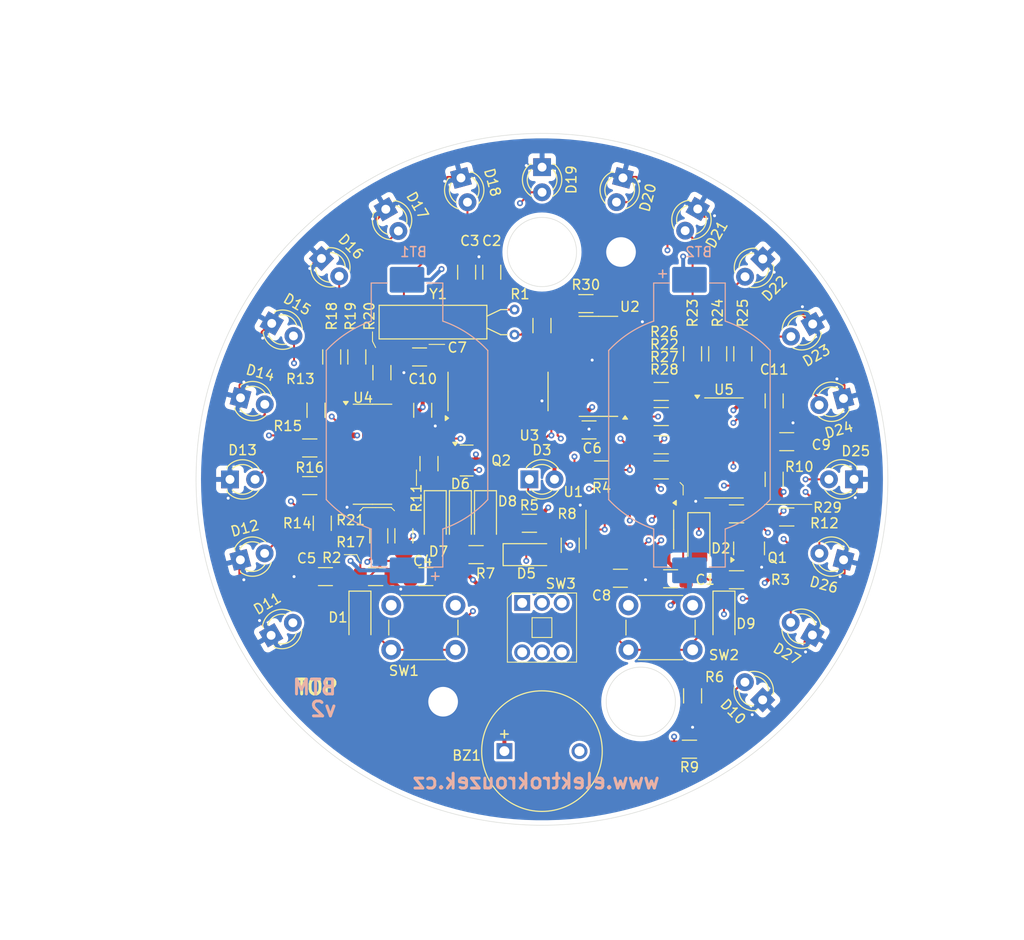
<source format=kicad_pcb>
(kicad_pcb (version 20240108) (generator "pcbnew") (generator_version "8.0")
  (layers (0 "F.Cu" signal) (1 "In1.Cu" signal) (2 "In2.Cu" signal) (31 "B.Cu" signal) (34 "B.Paste" user) (35 "F.Paste" user) (36 "B.SilkS" user "B.Silkscreen") (37 "F.SilkS" user "F.Silkscreen") (38 "B.Mask" user) (39 "F.Mask" user) (44 "Edge.Cuts" user))
  (net 0 "")
  (net 1 "VDD")
  (net 2 "Net-(BZ1--)")
  (net 3 "GND")
  (net 4 "Net-(U2-Φ0)")
  (net 5 "Net-(U2-~{Φ1})")
  (net 6 "RST_MIN")
  (net 7 "SET_RST")
  (net 8 "Net-(U5-CLK)")
  (net 9 "RST_DIV")
  (net 10 "Net-(D2-A)")
  (net 11 "Net-(D3-K)")
  (net 12 "Net-(D5-K)")
  (net 13 "Net-(D6-K)")
  (net 14 "Net-(D7-K)")
  (net 15 "Net-(D8-K)")
  (net 16 "SET")
  (net 17 "Net-(D10-A)")
  (net 18 "Net-(D11-A)")
  (net 19 "Net-(D12-A)")
  (net 20 "Net-(D13-A)")
  (net 21 "Net-(D14-A)")
  (net 22 "Net-(D15-A)")
  (net 23 "Net-(D16-A)")
  (net 24 "Net-(D17-A)")
  (net 25 "Net-(D18-A)")
  (net 26 "Net-(D19-A)")
  (net 27 "Net-(D20-A)")
  (net 28 "Net-(D21-A)")
  (net 29 "Net-(D22-A)")
  (net 30 "Net-(D23-A)")
  (net 31 "Net-(D24-A)")
  (net 32 "Net-(D25-A)")
  (net 33 "Net-(D26-A)")
  (net 34 "Net-(D27-A)")
  (net 35 "Net-(Q1-B)")
  (net 36 "Net-(Q2-E)")
  (net 37 "Net-(Q2-B)")
  (net 38 "Net-(R3-Pad1)")
  (net 39 "Net-(R4-Pad2)")
  (net 40 "1Hz")
  (net 41 "Net-(U4-CLK)")
  (net 42 "Net-(U4-CKEN)")
  (net 43 "FINISHED")
  (net 44 "RST_2ND")
  (net 45 "Net-(U4-Q1)")
  (net 46 "Net-(U4-Q2)")
  (net 47 "Net-(U4-Q3)")
  (net 48 "Net-(U4-Q4)")
  (net 49 "Net-(U4-Q5)")
  (net 50 "Net-(U4-Q6)")
  (net 51 "Net-(U4-Q7)")
  (net 52 "Net-(U4-Q8)")
  (net 53 "Net-(U5-Q1)")
  (net 54 "Net-(U5-Q2)")
  (net 55 "Net-(U5-Q3)")
  (net 56 "Net-(U5-Q4)")
  (net 57 "Net-(U5-Q5)")
  (net 58 "Net-(U5-Q6)")
  (net 59 "Net-(U5-Q7)")
  (net 60 "Net-(U5-Q8)")
  (net 61 "2Hz")
  (net 85 "Net-(C2-Pad2)")
  (net 86 "Net-(BT1-+)")
  (net 87 "Net-(BT1--)")
  (net 88 "Net-(D5-A)")
  (footprint "Capacitor_SMD:C_1206_3216Metric_Pad1.33x1.80mm_HandSolder" (layer "F.Cu") (at 137.935 93.015 90)
    (property "Reference" "C10")
    (property "Value" "100n")
  )
  (footprint "Resistor_SMD:R_1206_3216Metric_Pad1.30x1.75mm_HandSolder" (layer "F.Cu") (at 131.2675 87.6175 -90)
    (property "Reference" "R19")
    (property "Value" "680R")
  )
  (footprint "Capacitor_SMD:C_1206_3216Metric_Pad1.33x1.80mm_HandSolder" (layer "F.Cu") (at 157.9375 110.0076 180)
    (property "Reference" "C8")
    (property "Value" "100n")
  )
  (footprint "Diode_SMD:D_MiniMELF" (layer "F.Cu") (at 139.205 103.81 -90)
    (property "Reference" "D7")
    (property "Value" "LL103A")
  )
  (footprint "LED_THT:LED_D3.0mm" (layer "F.Cu") (at 177.367177 115.74929 150)
    (property "Reference" "D27")
    (property "Value" "3mm G")
  )
  (footprint "LED_THT:LED_D3.0mm" (layer "F.Cu") (at 127.690546 77.653979 -45)
    (property "Reference" "D16")
    (property "Value" "3mm G")
  )
  (footprint "Resistor_SMD:R_1206_3216Metric_Pad1.30x1.75mm_HandSolder" (layer "F.Cu") (at 169.685 103.4925 180)
    (property "Reference" "R29")
    (property "Value" "680R")
  )
  (footprint "LED_THT:LED_D3.0mm" (layer "F.Cu") (at 165.760447 72.640824 -120)
    (property "Reference" "D21")
    (property "Value" "3mm G")
  )
  (footprint "Resistor_SMD:R_1206_3216Metric_Pad1.30x1.75mm_HandSolder" (layer "F.Cu") (at 127.14 93.015 -90)
    (property "Reference" "R13")
    (property "Value" "680R")
  )
  (footprint "Diode_SMD:D_MiniMELF" (layer "F.Cu") (at 168.415 113.97 -90)
    (property "Reference" "D9")
    (property "Value" "LL103A")
  )
  (footprint "Resistor_SMD:R_1206_3216Metric_Pad1.30x1.75mm_HandSolder" (layer "F.Cu") (at 173.495 100 90)
    (property "Reference" "R10")
    (property "Value" "100k")
  )
  (footprint "Resistor_SMD:R_1206_3216Metric_Pad1.30x1.75mm_HandSolder" (layer "F.Cu") (at 133.8075 89.205 -90)
    (property "Reference" "R20")
    (property "Value" "680R")
  )
  (footprint "Resistor_SMD:R_1206_3216Metric_Pad1.30x1.75mm_HandSolder" (layer "F.Cu") (at 165.24 121.9075 -90)
    (property "Reference" "R6")
    (property "Value" "100k")
  )
  (footprint "Package_TO_SOT_SMD:SOT-23" (layer "F.Cu") (at 170.955 106.985 90)
    (property "Reference" "Q1")
    (property "Value" "BC848")
  )
  (footprint "Resistor_SMD:R_1206_3216Metric_Pad1.30x1.75mm_HandSolder" (layer "F.Cu") (at 162.065 93.65)
    (property "Reference" "R22")
    (property "Value" "680R")
  )
  (footprint "LED_THT:LED_D3.0mm" (layer "F.Cu") (at 181.576304 99.99792 180)
    (property "Reference" "D25")
    (property "Value" "3mm G")
  )
  (footprint "Resistor_SMD:R_1206_3216Metric_Pad1.30x1.75mm_HandSolder" (layer "F.Cu") (at 165.24 87.3 -90)
    (property "Reference" "R23")
    (property "Value" "680R")
  )
  (footprint "Buzzer_Beeper:MagneticBuzzer_ProSignal_ABI-010-RC" (layer "F.Cu") (at 146.2 127.5)
    (property "Reference" "BZ1")
    (property "Value" "Buzzer")
  )
  (footprint "Package_SO:SO-16_3.9x9.9mm_P1.27mm" (layer "F.Cu") (at 132.855 97.46)
    (property "Reference" "U4")
    (property "Value" "4017")
  )
  (footprint "Resistor_SMD:R_1206_3216Metric_Pad1.30x1.75mm_HandSolder" (layer "F.Cu") (at 133.49 105.715 90)
    (property "Reference" "R17")
    (property "Value" "680R")
  )
  (footprint "LED_THT:LED_D3.0mm" (layer "F.Cu") (at 119.48551 108.14618 15)
    (property "Reference" "D12")
    (property "Value" "3mm G")
  )
  (footprint "Capacitor_SMD:C_1206_3216Metric_Pad1.33x1.80mm_HandSolder" (layer "F.Cu") (at 174.765 96.19 180)
    (property "Reference" "C9")
    (property "Value" "47p")
  )
  (footprint "Capacitor_SMD:C_1206_3216Metric_Pad1.33x1.80mm_HandSolder" (layer "F.Cu") (at 138.2525 109.8425)
    (property "Reference" "C4")
    (property "Value" "100n")
  )
  (footprint "Diode_SMD:D_MiniMELF" (layer "F.Cu") (at 131.585 113.97 -90)
    (property "Reference" "D1")
    (property "Value" "LL103A")
  )
  (footprint "Capacitor_SMD:C_1206_3216Metric_Pad1.33x1.80mm_HandSolder" (layer "F.Cu") (at 128.0925 109.8425)
    (property "Reference" "C5")
    (property "Value" "100n")
  )
  (footprint "Resistor_SMD:R_1206_3216Metric_Pad1.30x1.75mm_HandSolder" (layer "F.Cu") (at 148.73 104.445)
    (property "Reference" "R5")
    (property "Value" "680R")
  )
  (footprint "Resistor_SMD:R_1206_3216Metric_Pad1.30x1.75mm_HandSolder" (layer "F.Cu") (at 126.505 96.825)
    (property "Reference" "R15")
    (property "Value" "680R")
  )
  (footprint "LED_THT:LED_D3.0mm" (layer "F.Cu") (at 177.392289 84.28472 -150)
    (property "Reference" "D23")
    (property "Value" "3mm G")
  )
  (footprint "Diode_SMD:D_MiniMELF" (layer "F.Cu") (at 165.875 106.0325 -90)
    (property "Reference" "D2")
    (property "Value" "LL103A")
  )
  (footprint "Resistor_SMD:R_1206_3216Metric_Pad1.30x1.75mm_HandSolder" (layer "F.Cu") (at 127.775 104.445 90)
    (property "Reference" "R14")
    (property "Value" "680R")
  )
  (footprint "Capacitor_SMD:C_1206_3216Metric_Pad1.33x1.80mm_HandSolder" (layer "F.Cu") (at 163.0175 110.0584)
    (property "Reference" "C1")
    (property "Value" "100n")
  )
  (footprint "Diode_SMD:D_MiniMELF" (layer "F.Cu") (at 148.73 107.62)
    (property "Reference" "D5")
    (property "Value" "LL103A")
  )
  (footprint "Capacitor_SMD:C_1206_3216Metric_Pad1.33x1.80mm_HandSolder" (layer "F.Cu") (at 144.92 79.045 -90)
    (property "Reference" "C2")
    (property "Value" "100p")
  )
  (footprint "LED_THT:LED_D3.0mm" (layer "F.Cu") (at 141.805045 69.505345 -75)
    (property "Reference" "D18")
    (property "Value" "3mm G")
  )
  (footprint "LED_THT:LED_D3.0mm" (layer "F.Cu") (at 180.519677 108.147432 165)
    (property "Reference" "D26")
    (property "Value" "3mm G")
  )
  (footprint "Resistor_SMD:R_1206_3216Metric_Pad1.30x1.75mm_HandSolder" (layer "F.Cu") (at 138.57 98.4125 90)
    (property "Reference" "R11")
    (property "Value" "10k")
  )
  (footprint "Resistor_SMD:R_1206_3216Metric_Pad1.30x1.75mm_HandSolder" (layer "F.Cu") (at 143.3325 107.62)
    (property "Reference" "R7")
    (property "Value" "10k")
  )
  (footprint "Resistor_SMD:R_1206_3216Metric_Pad1.30x1.75mm_HandSolder" (layer "F.Cu") (at 126.505 100.635)
    (property "Reference" "R16")
    (property "Value" "680R")
  )
  (footprint "Diode_SMD:D_MiniMELF" (layer "F.Cu") (at 141.745 103.81 -90)
    (property "Reference" "D6")
    (property "Value" "LL103A")
  )
  (footprint "Resistor_SMD:R_1206_3216Metric_Pad1.30x1.75mm_HandSolder" (layer "F.Cu") (at 174.765 103.81)
    (property "Reference" "R12")
    (property "Value" "10k")
  )
  (footprint "LED_THT:LED_D3.0mm" (layer "F.Cu") (at 150.01315 68.414566 -90)
    (property "Reference" "D19")
    (property "Value" "3mm G")
  )
  (footprint "LED_THT:LED_D3.0mm" (layer "F.Cu") (at 172.345872 77.705545 -135)
    (property "Reference" "D22")
    (property "Value" "3mm G")
  )
  (footprint "Crystal:Crystal_AT310_D3.0mm_L10.0mm_Horizontal" (layer "F.Cu") (at 147.225 82.825 -90)
    (property "Reference" "Y1")
    (property "Value" "32768Hz")
  )
  (footprint "LED_THT:LED_D3.0mm" (layer "F.Cu") (at 118.433664 100.007179)
    (property "Reference" "D13")
    (property "Value" "3mm G")
  )
  (footprint "LED_THT:LED_D3.0mm" (layer "F.Cu") (at 122.597444 115.780636 30)
    (property "Reference" "D11")
    (property "Value" "3mm G")
  )
  (footprint "Resistor_SMD:R_1206_3216Metric_Pad1.30x1.75mm_HandSolder" (layer "F.Cu") (at 162.065 99.0475)
    (property "Reference" "R28")
    (property "Value" "680R")
  )
  (footprint "LED_THT:LED_D3.0mm" (layer "F.Cu") (at 180.509297 91.822963 -165)
    (property "Reference" "D24")
    (property "Value" "3mm G")
  )
  (footprint "Resistor_SMD:R_1206_3216Metric_Pad1.30x1.75mm_HandSolder" (layer "F.Cu") (at 136.03 105.715 90)
    (property "Reference" "R21")
    (property "Value" "680R")
  )
  (footprint "Capacitor_SMD:C_1206_3216Metric_Pad1.33x1.80mm_HandSolder" (layer "F.Cu") (at 154.7625 95 180)
    (property "Reference" "C6")
    (property "Value" "100n")
  )
  (footprint "Resistor_SMD:R_1206_3216Metric_Pad1.30x1.75mm_HandSolder" (layer "F.Cu") (at 170.32 87.3 -90)
    (property "Reference" "R25")
    (property "Value" "680R")
  )
  (footprint "Resistor_SMD:R_1206_3216Metric_Pad1.30x1.75mm_HandSolder" (layer "F.Cu") (at 156.0325 99.0475 180)
    (property "Reference" "R4")
    (property "Value" "10k")
  )
  (footprint "Resistor_SMD:R_1206_3216Metric_Pad1.30x1.75mm_HandSolder" (layer "F.Cu") (at 133.1725 109.8425)
    (property "Reference" "R2")
    (property "Value" "100k")
  )
  (footprint "Package_TO_SOT_SMD:SOT-23" (layer "F.Cu") (at 142.38 98.095)
    (property "Reference" "Q2")
    (property "Value" "BC858")
  )
  (footprint "Capacitor_SMD:C_1206_3216Metric_Pad1.33x1.80mm_HandSolder" (layer "F.Cu") (at 173.495 92.0625 90)
    (property "Reference" "C11")
    (property "Value" "100n")
  )
  (footprint "Resistor_SMD:R_1206_3216Metric_Pad1.30x1.75mm_HandSolder" (layer "F.Cu") (at 167.78 87.3 -90)
    (property "Reference" "R24")
    (property "Value" "680R")
  )
  (footprint "LED_THT:LED_D3.0mm" (layer "F.Cu") (at 148.725 100)
    (property "Reference" "D3")
    (property "Value" "3mm R")
  )
  (footprint "Package_SO:SO-14_3.9x8.65mm_P1.27mm" (layer "F.Cu") (at 158.89 105.08 -90)
    (property "Reference" "U1")
    (property "Value" "4081")
  )
  (footprint "LED_THT:LED_D3.0mm" (layer "F.Cu") (at 134.199774 72.672169 -60)
    (property "Reference" "D17")
    (property "Value" "3mm G")
  )
  (footprint "Package_SO:SO-16_3.9x9.9mm_P1.27mm" (layer "F.Cu") (at 155.715 88.57 180)
    (property "Reference" "U2")
    (property "Value" "4060")
  )
  (footprint "Capacitor_SMD:C_1206_3216Metric_Pad1.33x1.80mm_HandSolder" (layer "F.Cu") (at 137.6175 87.6175)
    (property "Reference" "C7")
    (property "Value" "100n")
  )
  (footprint "Resistor_SMD:R_1206_3216Metric_Pad1.30x1.75mm_HandSolder" (layer "F.Cu") (at 164.9225 127.305 180)
    (property "Reference" "R9")
    (property "Value" "680R")
  )
  (footprint "Capacitor_SMD:C_1206_3216Metric_Pad1.33x1.80mm_HandSolder" (layer "F.Cu") (at 142.38 79.045 -90)
    (property "Reference" "C3")
    (property "Value" "22p")
  )
  (footprint "Resistor_SMD:R_1206_3216Metric_Pad1.30x1.75mm_HandSolder" (layer "F.Cu") (at 152.8575 106.6675 90)
    (property "Reference" "R8")
    (property "Value" "10k")
  )
  (footprint "Resistor_SMD:R_1206_3216Metric_Pad1.30x1.75mm_HandSolder" (layer "F.Cu") (at 162.065 96.5075)
    (property "Reference" "R27")
    (property "Value" "680R")
  )
  (footprint "Resistor_SMD:R_1206_3216Metric_Pad1.30x1.75mm_HandSolder" (layer "F.Cu") (at 128.7275 87.6175 -90)
    (property "Reference" "R18")
    (property "Value" "680R")
  )
  (footprint "Diode_SMD:D_MiniMELF" (layer "F.Cu") (at 144.285 103.81 -90)
    (property "Reference" "D8")
    (property "Value" "LL103A")
  )
  (footprint "Package_SO:SO-16_3.9x9.9mm_P1.27mm" (layer "F.Cu") (at 168.415 96.825)
    (property "Reference" "U5")
    (property "Value" "4017")
  )
  (footprint "LED_THT:LED_D3.0mm" (layer "F.Cu") (at 119.502084 91.756294 -15)
    (property "Reference" "D14")
    (property "Value" "3mm G")
  )
  (footprint "Button_Switch_THT:SW_PUSH_6mm_H13mm" (layer "F.Cu") (at 134.75 112.75)
    (property "Reference" "SW1")
    (property "Value" "6mm")
  )
  (footprint "Resistor_SMD:R_1206_3216Metric_Pad1.30x1.75mm_HandSolder" (layer "F.Cu") (at 150 84.4425 -90)
    (property "Reference" "R1")
    (property "Value" "10M")
  )
  (footprint "Button_Switch_THT_Hap:SW_DPDT_7x7_Turbo" (layer "F.Cu") (at 150 115)
    (property "Reference" "SW3")
    (property "Value" "PS-22E07L")
  )
  (footprint "Resistor_SMD:R_1206_3216Metric_Pad1.30x1.75mm_HandSolder" (layer "F.Cu") (at 169.685 110.16)
    (property "Reference" "R3")
    (property "Value" "10k")
  )
  (footprint "Resistor_SMD:R_1206_3216Metric_Pad1.30x1.75mm_HandSolder" (layer "F.Cu") (at 154.445 82.22)
    (property "Reference" "R30")
    (property "Value" "100k")
  )
  (footprint "LED_THT:LED_D3.0mm" (layer "F.Cu") (at 158.195977 69.499485 -105)
    (property "Reference" "D20")
    (property "Value" "3mm G")
  )
  (footprint "Resistor_SMD:R_1206_3216Metric_Pad1.30x1.75mm_HandSolder" (layer "F.Cu") (at 162.065 91.11)
    (property "Reference" "R26")
    (property "Value" "680R")
  )
  (footprint "LED_THT:LED_D3.0mm" (layer "F.Cu") (at 122.657374 84.22285 -30)
    (property "Reference" "D15")
    (property "Value" "3mm G")
  )
  (footprint "Package_SO:SO-16_3.9x9.9mm_P1.27mm" (layer "F.Cu") (at 145.555 91.11 90)
    (property "Reference" "U3")
    (property "Value" "4040")
  )
  (footprint "LED_THT:LED_D3.0mm" (layer "F.Cu") (at 172.330322 122.317492 135)
    (property "Reference" "D10")
    (property "Value" "3mm Y")
  )
  (footprint "Button_Switch_THT:SW_PUSH_6mm_H13mm" (layer "F.Cu") (at 158.75 112.75)
    (property "Reference" "SW2")
    (property "Value" "6mm")
  )
  (footprint "Battery:BatteryHolder_Renata_SMTU2032-LF_1x2032" (layer "B.Cu") (at 136.3475 94.5075 90)
    (property "Reference" "BT1")
    (property "Value" "DS1092-10-W6L")
  )
  (footprint "Battery:BatteryHolder_Renata_SMTU2032-LF_1x2032" (layer "B.Cu") (at 164.9225 94.5075 -90)
    (property "Reference" "BT2")
    (property "Value" "DS1092-10-W6L")
  )
  (gr_line (start 137.3 100.635) (end 137.3 99.0475) (stroke (width 0.1)) (layer "F.SilkS"))
  (gr_line (start 134.76 102.8575) (end 135.0775 103.175) (stroke (width 0.1)) (layer "F.SilkS"))
  (gr_line (start 133.1725 102.8575) (end 131.9025 102.8575) (stroke (width 0.1)) (layer "F.SilkS"))
  (gr_line (start 132.855 86.03) (end 133.1725 86.665) (stroke (width 0.1)) (layer "F.SilkS"))
  (gr_line (start 164.2875 100.635) (end 163.97 100.3175) (stroke (width 0.1)) (layer "F.SilkS"))
  (gr_line (start 140.1575 86.3475) (end 138.57 86.3475) (stroke (width 0.1)) (layer "F.SilkS"))
  (gr_line (start 133.1725 102.8575) (end 134.76 102.8575) (stroke (width 0.1)) (layer "F.SilkS"))
  (gr_line (start 132.855 85.0775) (end 132.855 86.03) (stroke (width 0.1)) (layer "F.SilkS"))
  (gr_line (start 177.305 102.54) (end 172.5425 102.54) (stroke (width 0.1)) (layer "F.SilkS"))
  (gr_line (start 129.9975 107.62) (end 131.2675 107.62) (stroke (width 0.1)) (layer "F.SilkS"))
  (gr_line (start 131.2675 107.62) (end 131.585 108.255) (stroke (width 0.1)) (layer "F.SilkS"))
  (gr_line (start 131.9025 102.8575) (end 131.585 103.175) (stroke (width 0.1)) (layer "F.SilkS"))
  (gr_line (start 164.2875 101.5875) (end 164.2875 100.635) (stroke (width 0.1)) (layer "F.SilkS"))
  (gr_circle (center 160 122.5) (end 163.5 122.5) (stroke (width 0.05)) (fill none) (layer "Edge.Cuts"))
  (gr_circle (center 150 77) (end 153.5 77) (stroke (width 0.05)) (fill none) (layer "Edge.Cuts"))
  (gr_circle (center 150 100) (end 185 100) (stroke (width 0.05)) (fill none) (layer "Edge.Cuts"))
  (gr_text "www.elektrokrouzek.cz" (at 162.065 131.4325 0) (layer "B.SilkS") (effects (font (size 1.5 1.5) (thickness 0.3) (bold yes)) (justify left bottom mirror)))
  (gr_text "v2" (at 129.3625 124.13 0) (layer "B.SilkS") (effects (font (size 1.5 1.5) (thickness 0.3) (bold yes)) (justify left bottom mirror)))
  (gr_text "BTM" (at 129.3625 121.9075 0) (layer "B.SilkS") (effects (font (size 1.5 1.5) (thickness 0.3) (bold yes)) (justify left bottom mirror)))
  (gr_text "TOP" (at 124.9175 121.9075 0) (layer "F.SilkS") (effects (font (size 1.5 1.5) (thickness 0.3) (bold yes)) (justify left bottom)))
  (segment (start 164.58 111.1875) (end 163.0175 112.75) (width 0.4) (layer "F.Cu") (net 1))
  (segment (start 153.14 94.94) (end 153.2 95) (width 0.4) (layer "F.Cu") (net 1))
  (segment (start 153.14 93.015) (end 154.7625 93.015) (width 0.4) (layer "F.Cu") (net 1))
  (segment (start 139.18 90.2075) (end 137.935 91.4525) (width 0.4) (layer "F.Cu") (net 1))
  (segment (start 143.3325 97.46) (end 143.3175 97.475) (width 0.4) (layer "F.Cu") (net 1))
  (segment (start 141.745 109.525) (end 142.38 109.525) (width 0.4) (layer "F.Cu") (net 1))
  (segment (start 139.815 109.8425) (end 140.1325 109.525) (width 0.4) (layer "F.Cu") (net 1))
  (segment (start 142.38 109.525) (end 143.015 110.16) (width 0.4) (layer "F.Cu") (net 1))
  (segment (start 151.265 98.735) (end 151.265 100) (width 0.4) (layer "F.Cu") (net 1))
  (segment (start 153.14 93.015) (end 153.14 94.94) (width 0.4) (layer "F.Cu") (net 1))
  (segment (start 135.43 93.015) (end 137.6175 93.015) (width 0.4) (layer "F.Cu") (net 1))
  (segment (start 141.7825 107.62) (end 141.7825 109.4875) (width 0.4) (layer "F.Cu") (net 1))
  (segment (start 154.7625 93.015) (end 155.08 92.6975) (width 0.4) (layer "F.Cu") (net 1))
  (segment (start 143.9675 111.1125) (end 143.015 110.16) (width 0.4) (layer "F.Cu") (net 1))
  (segment (start 164.58 110.16) (end 162.7 108.28) (width 0.4) (layer "F.Cu") (net 1))
  (segment (start 162.7 108.28) (end 162.7 107.555) (width 0.4) (layer "F.Cu") (net 1))
  (segment (start 146.2 127.5) (end 146.2 119.695) (width 0.4) (layer "F.Cu") (net 1))
  (segment (start 141.11 88.535) (end 140.1925 87.6175) (width 0.4) (layer "F.Cu") (net 1))
  (segment (start 170.0025 92.38) (end 169.3675 93.015) (width 0.4) (layer "F.Cu") (net 1))
  (segment (start 141.7825 109.4875) (end 141.745 109.525) (width 0.4) (layer "F.Cu") (net 1))
  (segment (start 146.2 119.695) (end 143.9675 117.4625) (width 0.4) (layer "F.Cu") (net 1))
  (segment (start 143.9675 117.4625) (end 143.9675 111.1125) (width 0.4) (layer "F.Cu") (net 1))
  (segment (start 172.87 90.5) (end 170.99 92.38) (width 0.4) (layer "F.Cu") (net 1))
  (segment (start 173.495 90.5) (end 172.87 90.5) (width 0.4) (layer "F.Cu") (net 1))
  (segment (start 140.1325 109.525) (end 141.745 109.525) (width 0.4) (layer "F.Cu") (net 1))
  (segment (start 137.935 92.6975) (end 137.935 91.4525) (width 0.4) (layer "F.Cu") (net 1))
  (segment (start 139.18 87.6175) (end 139.18 90.2075) (width 0.4) (layer "F.Cu") (net 1))
  (segment (start 153.2 96.8) (end 151.265 98.735) (width 0.4) (layer "F.Cu") (net 1))
  (segment (start 153.2 95) (end 153.2 96.8) (width 0.4) (layer "F.Cu") (net 1))
  (segment (start 137.6175 93.015) (end 137.935 92.6975) (width 0.4) (layer "F.Cu") (net 1))
  (segment (start 140.1925 87.6175) (end 139.18 87.6175) (width 0.4) (layer "F.Cu") (net 1))
  (segment (start 164.58 110.16) (end 164.58 111.1875) (width 0.4) (layer "F.Cu") (net 1))
  (segment (start 143.3175 98.095) (end 143.3175 97.475) (width 0.4) (layer "F.Cu") (net 1))
  (segment (start 170.99 92.38) (end 170.0025 92.38) (width 0.4) (layer "F.Cu") (net 1))
  (segment (start 163.015 112.7475) (end 163.0175 112.75) (width 0.4) (layer "F.Cu") (net 1))
  (via (at 169.3675 93.015) (size 0.6) (drill 0.3) (layers "F.Cu" "B.Cu") (net 1))
  (via (at 143.015 110.16) (size 0.6) (drill 0.3) (layers "F.Cu" "B.Cu") (net 1))
  (via (at 155.08 92.6975) (size 0.6) (drill 0.3) (layers "F.Cu" "B.Cu") (net 1))
  (via (at 143.3175 97.475) (size 0.6) (drill 0.3) (layers "F.Cu" "B.Cu") (net 1))
  (via (at 137.935 92.6975) (size 0.6) (drill 0.3) (layers "F.Cu" "B.Cu") (net 1))
  (via (at 163.0175 112.75) (size 0.6) (drill 0.3) (layers "F.Cu" "B.Cu") (net 1))
  (segment (start 172.5425 110.4775) (end 173.1775 109.8425) (width 0.4) (layer "F.Cu") (net 2))
  (segment (start 150.28 103.2125) (end 150.635 102.8575) (width 0.4) (layer "F.Cu") (net 2))
  (segment (start 150.28 104.445) (end 150.28 103.2125) (width 0.4) (layer "F.Cu") (net 2))
  (segment (start 173.1775 106.6675) (end 172.5425 106.0325) (width 0.4) (layer "F.Cu") (net 2))
  (segment (start 173.1775 109.8425) (end 173.1775 106.6675) (width 0.4) (layer "F.Cu") (net 2))
  (segment (start 172.5275 106.0475) (end 170.955 106.0475) (width 0.4) (layer "F.Cu") (net 2))
  (segment (start 172.5425 106.0325) (end 172.5275 106.0475) (width 0.4) (layer "F.Cu") (net 2))
  (via (at 172.5425 110.4775) (size 0.6) (drill 0.3) (layers "F.Cu" "B.Cu") (net 2))
  (via (at 150.635 102.8575) (size 0.6) (drill 0.3) (layers "F.Cu" "B.Cu") (net 2))
  (segment (start 155.08 102.605) (end 155.08 102.54) (width 0.4) (layer "F.Cu") (net 3))
  (segment (start 122.597444 115.459944) (end 121.425 114.2875) (width 0.4) (layer "F.Cu") (net 3))
  (segment (start 153.14 87.935) (end 155.08 87.935) (width 0.4) (layer "F.Cu") (net 3))
  (segment (start 160.4775 110.16) (end 159.205 110.16) (width 0.4) (layer "F.Cu") (net 3))
  (segment (start 180.519677 108.147432) (end 180.519677 109.485323) (width 0.4) (layer "F.Cu") (net 3))
  (segment (start 119.502084 90.492916) (end 119.8375 90.1575) (width 0.4) (layer "F.Cu") (net 3))
  (segment (start 127.690546 77.653979) (end 127.515453 77.653979) (width 0.4) (layer "F.Cu") (net 3))
  (segment (start 133.224443 73.6475) (end 132.855 73.6475) (width 0.4) (layer "F.Cu") (net 3))
  (segment (start 148.577066 68.414566) (end 148.4125 68.25) (width 0.4) (layer "F.Cu") (net 3))
  (segment (start 142.38 77.4825) (end 143.625 77.4825) (width 0.4) (layer "F.Cu") (net 3))
  (segment (start 144.92 77.4825) (end 143.625 77.4825) (width 0.4) (layer "F.Cu") (net 3))
  (segment (start 136.055 89.18) (end 136.03 89.205) (width 0.4) (layer "F.Cu") (net 3))
  (segment (start 173.495 78.854673) (end 173.495 79.045) (width 0.4) (layer "F.Cu") (net 3))
  (segment (start 140.489655 69.505345) (end 140.1575 69.8375) (width 0.4) (layer "F.Cu") (net 3))
  (segment (start 174.74 93.625) (end 173.495 93.625) (width 0.4) (layer "F.Cu") (net 3))
  (segment (start 154.7625 94.92) (end 156.245 94.92) (width 0.4) (layer "F.Cu") (net 3))
  (segment (start 165.875 101.905) (end 165.5575 102.2225) (width 0.4) (layer "F.Cu") (net 3))
  (segment (start 122.657374 84.22285) (end 121.7425 85.137724) (width 0.4) (layer "F.Cu") (net 3))
  (segment (start 124.9175 109.8425) (end 126.53 109.8425) (width 0.4) (layer "F.Cu") (net 3))
  (segment (start 121.7425 85.137724) (end 121.7425 85.7125) (width 0.4) (layer "F.Cu") (net 3))
  (segment (start 141.805045 69.505345) (end 140.489655 69.505345) (width 0.4) (layer "F.Cu") (net 3))
  (segment (start 119.48551 109.80801) (end 119.8375 110.16) (width 0.4) (layer "F.Cu") (net 3))
  (segment (start 180.509297 90.504297) (end 179.845 89.84) (width 0.4) (layer "F.Cu") (net 3))
  (segment (start 139.2025 94.6) (end 139.205 94.6025) (width 0.4) (layer "F.Cu") (net 3))
  (segment (start 176.67 116.446467) (end 176.67 117.4625) (width 0.4) (layer "F.Cu") (net 3))
  (segment (start 136.055 87.6175) (end 136.055 89.18) (width 0.4) (layer "F.Cu") (net 3))
  (segment (start 143.65 77.4575) (end 143.625 77.4825) (width 0.4) (layer "F.Cu") (net 3))
  (segment (start 159.504485 69.499485) (end 159.8425 69.8375) (width 0.4) (layer "F.Cu") (net 3))
  (segment (start 176.3275 96.19) (end 176.3275 95.2125) (width 0.4) (layer "F.Cu") (net 3))
  (segment (start 155.08 102.605) (end 153.875 102.605) (width 0.4) (layer "F.Cu") (net 3))
  (segment (start 126.505 78.7275) (end 126.505 78.664432) (width 0.4) (layer "F.Cu") (net 3))
  (segment (start 171.905 108.57) (end 171.905 107.9225) (width 0.4) (layer "F.Cu") (net 3))
  (segment (start 150 92.0625) (end 150 93.685) (width 0.4) (layer "F.Cu") (net 3))
  (segment (start 171.2725 123.375314) (end 171.2725 123.8125) (width 0.4) (layer "F.Cu") (net 3))
  (segment (start 180.509297 91.822963) (end 180.509297 90.504297) (width 0.4) (layer "F.Cu") (net 3))
  (segment (start 166.449623 73.33) (end 167.4625 73.33) (width 0.4) (layer "F.Cu") (net 3))
  (segment (start 134.7225 110.1225) (end 135.7125 111.1125) (width 0.4) (layer "F.Cu") (net 3))
  (segment (start 176.3525 83.244931) (end 176.3525 82.5375) (width 0.4) (layer "F.Cu") (net 3))
  (segment (start 130.315 102.8575) (end 130.28 102.8225) (width 0.4) (layer "F.Cu") (net 3))
  (segment (start 122.53426 115.84382) (end 122.597444 115.780636) (width 0.4) (layer "F.Cu") (net 3))
  (segment (start 122.485787 115.84382) (end 122.53426 115.84382) (width 0.4) (layer "F.Cu") (net 3))
  (segment (start 161.115 110.16) (end 160.4775 110.16) (width 0.4) (layer "F.Cu") (net 3))
  (segment (start 165.84 101.27) (end 165.875 101.27) (width 0.4) (layer "F.Cu") (net 3))
  (segment (start 134.199774 72.672169) (end 133.224443 73.6475) (width 0.4) (layer "F.Cu") (net 3))
  (segment (start 122.597444 115.780636) (end 122.597444 115.459944) (width 0.4) (layer "F.Cu") (net 3))
  (segment (start 180.519677 109.485323) (end 180.1625 109.8425) (width 0.4) (layer "F.Cu") (net 3))
  (segment (start 172.345872 77.705545) (end 173.495 78.854673) (width 0.4) (layer "F.Cu") (net 3))
  (segment (start 172.330322 122.317492) (end 171.2725 123.375314) (width 0.4) (layer "F.Cu") (net 3))
  (segment (start 156.245 94.92) (end 156.325 95) (width 0.4) (layer "F.Cu") (net 3))
  (segment (start 137.935 94.6) (end 139.2025 94.6) (width 0.4) (layer "F.Cu") (net 3))
  (segment (start 118.433664 100.007179) (end 118.433664 101.721336) (width 0.4) (layer "F.Cu") (net 3))
  (segment (start 177.367177 115.74929) (end 176.67 116.446467) (width 0.4) (layer "F.Cu") (net 3))
  (segment (start 165.24 123.4575) (end 165.24 125.0825) (width 0.4) (layer "F.Cu") (net 3))
  (segment (start 165.875 101.27) (end 165.875 101.905) (width 0.4) (layer "F.Cu") (net 3))
  (segment (start 181.75 101.905) (end 181.7 101.855) (width 0.4) (layer "F.Cu") (net 3))
  (segment (start 127.515453 77.653979) (end 126.505 78.664432) (width 0.4) (layer "F.Cu") (net 3))
  (segment (start 119.502084 91.756294) (end 119.502084 90.492916) (width 0.4) (layer "F.Cu") (net 3))
  (segment (start 181.576304 99.99792) (end 181.7 100.121616) (width 0.4) (layer "F.Cu") (net 3))
  (segment (start 158.29 84.125) (end 158.255 84.125) (width 0.2) (layer "F.Cu") (net 3))
  (segment (start 158.255 84.125) (end 160.16 84.125) (width 0.4) (layer "F.Cu") (net 3))
  (segment (start 176.3275 95.2125) (end 175.4 94.285) (width 0.4) (layer "F.Cu") (net 3))
  (segment (start 181.7 100.121616) (end 181.7 101.855) (width 0.4) (layer "F.Cu") (net 3))
  (segment (start 130.28 101.905) (end 130.28 102.8225) (width 0.4) (layer "F.Cu") (net 3))
  (segment (start 175.4 94.285) (end 174.74 93.625) (width 0.4) (layer "F.Cu") (net 3))
  (segment (start 119.48551 108.14618) (end 119.48551 109.80801) (width 0.4) (layer "F.Cu") (net 3))
  (segment (start 165.760447 72.640824) (end 166.449623 73.33) (width 0.4) (layer "F.Cu") (net 3))
  (segment (start 158.195977 69.499485) (end 159.504485 69.499485) (width 0.4) (layer "F.Cu") (net 3))
  (segment (start 160.16 84.125) (end 160.16 84.058897) (width 0.4) (layer "F.Cu") (net 3))
  (segment (start 172.225 108.89) (end 171.905 108.57) (width 0.4) (layer "F.Cu") (net 3))
  (segment (start 136.03 87.6425) (end 136.055 87.6175) (width 0.4) (layer "F.Cu") (net 3))
  (segment (start 118.433664 101.721336) (end 118.25 101.905) (width 0.4) (layer "F.Cu") (net 3))
  (segment (start 177.392289 84.28472) (end 176.3525 83.244931) (width 0.4) (layer "F.Cu") (net 3))
  (segment (start 150.01315 68.414566) (end 148.577066 68.414566) (width 0.4) (layer "F.Cu") (net 3))
  (segment (start 134.7225 109.8425) (end 134.7225 110.1225) (width 0.4) (layer "F.Cu") (net 3))
  (via (at 158 77) (size 6) (drill 3) (layers "F.Cu" "B.Cu") (net 3))
  (via (at 176.67 117.4625) (size 0.6) (drill 0.3) (layers "F.Cu" "B.Cu") (net 3))
  (via (at 172.225 108.89) (size 0.6) (drill 0.3) (layers "F.Cu" "B.Cu") (net 3))
  (via (at 118.25 101.905) (size 0.6) (drill 0.3) (layers "F.Cu" "B.Cu") (net 3))
  (via (at 135.7125 111.1125) (size 0.6) (drill 0.3) (layers "F.Cu" "B.Cu") (net 3))
  (via (at 175.4 94.285) (size 0.6) (drill 0.3) (layers "F.Cu" "B.Cu") (net 3))
  (via (at 180.1625 109.8425) (size 0.6) (drill 0.3) (layers "F.Cu" "B.Cu") (net 3))
  (via (at 173.495 79.045) (size 0.6) (drill 0.3) (layers "F.Cu" "B.Cu") (net 3))
  (via (at 155.08 87.935) (size 0.6) (drill 0.3) (layers "F.Cu" "B.Cu") (net 3))
  (via (at 136.03 89.205) (size 0.6) (drill 0.3) (layers "F.Cu" "B.Cu") (net 3))
  (via (at 165.5575 102.2225) (size 0.6) (drill 0.3) (layers "F.Cu" "B.Cu") (net 3))
  (via (at 160.4775 110.16) (size 0.6) (drill 0.3) (layers "F.Cu" "B.Cu") (net 3))
  (via (at 143.625 77.4825) (size 0.6) (drill 0.3) (layers "F.Cu" "B.Cu") (net 3))
  (via (at 160.16 84.058897) (size 0.6) (drill 0.3) (layers "F.Cu" "B.Cu") (net 3))
  (via (at 167.4625 73.33) (size 0.6) (drill 0.3) (layers "F.Cu" "B.Cu") (net 3))
  (via (at 148.4125 68.25) (size 0.6) (drill 0.3) (layers "F.Cu" "B.Cu") (net 3))
  (via (at 140 122.5) (size 6) (drill 3) (layers "F.Cu" "B.Cu") (net 3))
  (via (at 119.8375 90.1575) (size 0.6) (drill 0.3) (layers "F.Cu" "B.Cu") (net 3))
  (via (at 132.855 73.6475) (size 0.6) (drill 0.3) (layers "F.Cu" "B.Cu") (net 3))
  (via (at 171.2725 123.8125) (size 0.6) (drill 0.3) (layers "F.Cu" "B.Cu") (net 3))
  (via (at 126.505 78.664432) (size 0.6) (drill 0.3) (layers "F.Cu" "B.Cu") (net 3))
  (via (at 181.7 101.855) (size 0.6) (drill 0.3) (layers "F.Cu" "B.Cu") (net 3))
  (via (at 153.875 102.605) (size 0.6) (drill 0.3) (layers "F.Cu" "B.Cu") (net 3))
  (via (at 150 92.0625) (size 0.6) (drill 0.3) (layers "F.Cu" "B.Cu") (net 3))
  (via (at 176.3525 82.5375) (size 0.6) (drill 0.3) (layers "F.Cu" "B.Cu") (net 3))
  (via (at 124.9175 109.8425) (size 0.6) (drill 0.3) (layers "F.Cu" "B.Cu") (net 3))
  (via (at 154.7625 94.92) (size 0.6) (drill 0.3) (layers "F.Cu" "B.Cu") (net 3))
  (via (at 159.8425 69.8375) (size 0.6) (drill 0.3) (layers "F.Cu" "B.Cu") (net 3))
  (via (at 119.8375 110.16) (size 0.6) (drill 0.3) (layers "F.Cu" "B.Cu") (net 3))
  (via (at 179.845 89.84) (size 0.6) (drill 0.3) (layers "F.Cu" "B.Cu") (net 3))
  (via (at 121.425 114.2875) (size 0.6) (drill 0.3) (layers "F.Cu" "B.Cu") (net 3))
  (via (at 121.7425 85.7125) (size 0.6) (drill 0.3) (layers "F.Cu" "B.Cu") (net 3))
  (via (at 130.28 102.8225) (size 0.6) (drill 0.3) (layers "F.Cu" "B.Cu") (net 3))
  (via (at 165.24 125.0825) (size 0.6) (drill 0.3) (layers "F.Cu" "B.Cu") (net 3))
  (via (at 139.205 94.6025) (size 0.6) (drill 0.3) (layers "F.Cu" "B.Cu") (net 3))
  (via (at 140.1575 69.8375) (size 0.6) (drill 0.3) (layers "F.Cu" "B.Cu") (net 3))
  (segment (start 155.995 82.22) (end 155.995 84.1625) (width 0.2) (layer "F.Cu") (net 4))
  (segment (start 155.995 84.1625) (end 154.7625 85.395) (width 0.2) (layer "F.Cu") (net 4))
  (segment (start 152.5025 85.395) (end 150 82.8925) (width 0.2) (layer "F.Cu") (net 4))
  (segment (start 154.7625 85.395) (end 153.14 85.395) (width 0.2) (layer "F.Cu") (net 4))
  (segment (start 153.14 85.395) (end 152.5025 85.395) (width 0.2) (layer "F.Cu") (net 4))
  (segment (start 151.2325 85.9925) (end 150 85.9925) (width 0.2) (layer "F.Cu") (net 5))
  (segment (start 147.225 82.825) (end 145.8725 82.825) (width 0.2) (layer "F.Cu") (net 5))
  (segment (start 153.14 86.665) (end 151.905 86.665) (width 0.2) (layer "F.Cu") (net 5))
  (segment (start 146.5075 86.665) (end 145.8725 86.03) (width 0.2) (layer "F.Cu") (net 5))
  (segment (start 143.3025 82.825) (end 142.38 81.9025) (width 0.2) (layer "F.Cu") (net 5))
  (segment (start 142.38 81.9025) (end 142.38 80.6075) (width 0.2) (layer "F.Cu") (net 5))
  (segment (start 148.4125 86.665) (end 149.085 85.9925) (width 0.2) (layer "F.Cu") (net 5))
  (segment (start 145.8725 82.825) (end 143.3025 82.825) (width 0.2) (layer "F.Cu") (net 5))
  (segment (start 145.8725 86.03) (end 145.8725 82.825) (width 0.2) (layer "F.Cu") (net 5))
  (segment (start 148.4125 86.665) (end 146.5075 86.665) (width 0.2) (layer "F.Cu") (net 5))
  (segment (start 151.905 86.665) (end 151.2325 85.9925) (width 0.2) (layer "F.Cu") (net 5))
  (segment (start 149.085 85.9925) (end 150 85.9925) (width 0.2) (layer "F.Cu") (net 5))
  (segment (start 135.1025 108.255) (end 134.125 108.255) (width 0.2) (layer "F.Cu") (net 6))
  (segment (start 132.5375 109.8425) (end 131.6225 109.8425) (width 0.2) (layer "F.Cu") (net 6))
  (segment (start 134.125 108.255) (end 132.5375 109.8425) (width 0.2) (layer "F.Cu") (net 6))
  (segment (start 135.43 94.285) (end 134.4425 94.285) (width 0.2) (layer "F.Cu") (net 6))
  (segment (start 134.4425 94.285) (end 133.1725 95.555) (width 0.2) (layer "F.Cu") (net 6))
  (segment (start 136.69 109.8425) (end 135.1025 108.255) (width 0.2) (layer "F.Cu") (net 6))
  (segment (start 133.1725 95.555) (end 133.1725 100) (width 0.2) (layer "F.Cu") (net 6))
  (segment (start 134.75 117.25) (end 141.25 117.25) (width 0.2) (layer "F.Cu") (net 6))
  (segment (start 129.655 113.79) (end 129.655 109.8425) (width 0.2) (layer "F.Cu") (net 6))
  (segment (start 132.855 102.8575) (end 131.6225 104.09) (width 0.2) (layer "F.Cu") (net 6))
  (segment (start 131.585 115.72) (end 133.22 115.72) (width 0.2) (layer "F.Cu") (net 6))
  (segment (start 132.855 100.3175) (end 132.855 102.8575) (width 0.2) (layer "F.Cu") (net 6))
  (segment (start 133.1725 100) (end 132.855 100.3175) (width 0.2) (layer "F.Cu") (net 6))
  (segment (start 131.585 115.72) (end 129.655 113.79) (width 0.2) (layer "F.Cu") (net 6))
  (segment (start 133.22 115.72) (end 134.75 117.25) (width 0.2) (layer "F.Cu") (net 6))
  (segment (start 129.655 109.8425) (end 131.6225 109.8425) (width 0.2) (layer "F.Cu") (net 6))
  (segment (start 131.6225 104.09) (end 131.6225 109.8425) (width 0.2) (layer "F.Cu") (net 6))
  (segment (start 168.415 115.72) (end 166.03 115.72) (width 0.2) (layer "F.Cu") (net 7))
  (segment (start 162.7 117.25) (end 165.25 117.25) (width 0.2) (layer "F.Cu") (net 7))
  (segment (start 156.6675 115.1675) (end 158.75 117.25) (width 0.2) (layer "F.Cu") (net 7))
  (segment (start 156.375 111.7725) (end 156.6675 112.065) (width 0.2) (layer "F.Cu") (net 7))
  (segment (start 155.08 107.555) (end 156.35 107.555) (width 0.2) (layer "F.Cu") (net 7))
  (segment (start 164.0075 120.3575) (end 162.7 119.05) (width 0.2) (layer "F.Cu") (net 7))
  (segment (start 156.375 110.16) (end 156.375 111.7725) (width 0.2) (layer "F.Cu") (net 7))
  (segment (start 156.375 107.9625) (end 156.375 110.16) (width 0.2) (layer "F.Cu") (net 7))
  (segment (start 165.24 120.3575) (end 164.0075 120.3575) (width 0.2) (layer "F.Cu") (net 7))
  (segment (start 156.6675 112.065) (end 156.6675 115.1675) (width 0.2) (layer "F.Cu") (net 7))
  (segment (start 166.03 115.72) (end 165.25 116.5) (width 0.2) (layer "F.Cu") (net 7))
  (segment (start 156.35 107.555) (end 156.35 107.9375) (width 0.2) (layer "F.Cu") (net 7))
  (segment (start 165.25 116.5) (end 165.25 117.25) (width 0.2) (layer "F.Cu") (net 7))
  (segment (start 156.35 107.9375) (end 156.375 107.9625) (width 0.2) (layer "F.Cu") (net 7))
  (segment (start 158.75 117.25) (end 162.7 117.25) (width 0.2) (layer "F.Cu") (net 7))
  (segment (start 162.7 119.05) (end 162.7 117.25) (width 0.2) (layer "F.Cu") (net 7))
  (segment (start 173.175 94.92) (end 170.99 94.92) (width 0.2) (layer "F.Cu") (net 8))
  (segment (start 173.495 98.45) (end 173.495 97.7775) (width 0.2) (layer "F.Cu") (net 8))
  (segment (start 173.815 96.19) (end 173.815 95.56) (width 0.2) (layer "F.Cu") (net 8))
  (segment (start 173.495 97.7775) (end 173.815 97.4575) (width 0.2) (layer "F.Cu") (net 8))
  (segment (start 173.815 95.56) (end 173.175 94.92) (width 0.2) (layer "F.Cu") (net 8))
  (segment (start 173.815 97.4575) (end 173.815 96.19) (width 0.2) (layer "F.Cu") (net 8))
  (segment (start 150.9525 91.745) (end 150.9525 95.555) (width 0.2) (layer "F.Cu") (net 9))
  (segment (start 145.996593 105.839093) (end 146.19 106.0325) (width 0.2) (layer "F.Cu") (net 9))
  (segment (start 131.585 112.7) (end 133.1725 114.2875) (width 0.2) (layer "F.Cu") (net 9))
  (segment (start 150.3175 91.11) (end 150.9525 91.745) (width 0.2) (layer "F.Cu") (net 9))
  (segment (start 158.89 96.825) (end 157.9375 95.8725) (width 0.2) (layer "F.Cu") (net 9))
  (segment (start 165.875 104.2825) (end 165.875 105.4325) (width 0.2) (layer "F.Cu") (net 9))
  (segment (start 147.46 88.535) (end 147.46 89.84) (width 0.2) (layer "F.Cu") (net 9))
  (segment (start 150.635 95.555) (end 146.9075 99.2825) (width 0.2) (layer "F.Cu") (net 9))
  (segment (start 146.9075 101.753186) (end 145.996593 102.664093) (width 0.2) (layer "F.Cu") (net 9))
  (segment (start 147.46 106.0325) (end 148.4125 106.985) (width 0.2) (layer "F.Cu") (net 9))
  (segment (start 150.9525 95.555) (end 150.635 95.555) (width 0.2) (layer "F.Cu") (net 9))
  (segment (start 147.46 89.84) (end 148.73 91.11) (width 0.2) (layer "F.Cu") (net 9))
  (segment (start 158.89 99.0475) (end 158.89 96.825) (width 0.2) (layer "F.Cu") (net 9))
  (segment (start 157.5825 99.0475) (end 158.89 99.0475) (width 0.2) (layer "F.Cu") (net 9))
  (segment (start 146.19 106.0325) (end 147.46 106.0325) (width 0.2) (layer "F.Cu") (net 9))
  (segment (start 133.1725 114.2875) (end 142.0625 114.2875) (width 0.2) (layer "F.Cu") (net 9))
  (segment (start 131.585 112.22) (end 131.585 112.7) (width 0.2) (layer "F.Cu") (net 9))
  (segment (start 146.9075 99.2825) (end 146.9075 101.753186) (width 0.2) (layer "F.Cu") (net 9))
  (segment (start 142.0625 114.2875) (end 143.015 113.335) (width 0.2) (layer "F.Cu") (net 9))
  (segment (start 145.996593 102.664093) (end 145.996593 105.839093) (width 0.2) (layer "F.Cu") (net 9))
  (segment (start 148.4125 106.985) (end 148.4125 108.255) (width 0.2) (layer "F.Cu") (net 9))
  (segment (start 148.73 91.11) (end 150.3175 91.11) (width 0.2) (layer "F.Cu") (net 9))
  (via (at 157.9375 95.8725) (size 0.6) (drill 0.3) (layers "F.Cu" "B.Cu") (net 9))
  (via (at 158.89 99.0475) (size 0.6) (drill 0.3) (layers "F.Cu" "B.Cu") (net 9))
  (via (at 150.9525 95.555) (size 0.6) (drill 0.3) (layers "F.Cu" "B.Cu") (net 9))
  (via (at 143.015 113.335) (size 0.6) (drill 0.3) (layers "F.Cu" "B.Cu") (net 9))
  (via (at 165.875 105.4325) (size 0.6) (drill 0.3) (layers "F.Cu" "B.Cu") (net 9))
  (via (at 148.4125 108.255) (size 0.6) (drill 0.3) (layers "F.Cu" "B.Cu") (net 9))
  (segment (start 163.905 105.1625) (end 165.875 107.1325) (width 0.2) (layer "F.Cu") (net 10))
  (segment (start 165.875 107.1325) (end 165.875 107.7825) (width 0.2) (layer "F.Cu") (net 10))
  (segment (start 157.62 106.0325) (end 158.49 105.1625) (width 0.2) (layer "F.Cu") (net 10))
  (segment (start 157.62 107.555) (end 157.62 106.0325) (width 0.2) (layer "F.Cu") (net 10))
  (segment (start 158.49 105.1625) (end 163.905 105.1625) (width 0.2) (layer "F.Cu") (net 10))
  (segment (start 147.18 104.445) (end 148.6 103.025) (width 0.2) (layer "F.Cu") (net 11))
  (segment (start 148.6 103.025) (end 148.6 100) (width 0.2) (layer "F.Cu") (net 11))
  (segment (start 146.825 107.62) (end 145.555 106.35) (width 0.2) (layer "F.Cu") (net 12))
  (segment (start 145.555 102.54) (end 146.5075 101.5875) (width 0.2) (layer "F.Cu") (net 12))
  (segment (start 146.5075 101.5875) (end 146.5075 95.2375) (width 0.2) (layer "F.Cu") (net 12))
  (segment (start 146.5075 95.2375) (end 146.19 94.92) (width 0.2) (layer "F.Cu") (net 12))
  (segment (start 145.555 106.35) (end 145.555 102.54) (width 0.2) (layer "F.Cu") (net 12))
  (segment (start 146.98 107.62) (end 146.825 107.62) (width 0.2) (layer "F.Cu") (net 12))
  (segment (start 146.19 94.92) (end 146.19 93.685) (width 0.2) (layer "F.Cu") (net 12))
  (segment (start 141.745 101.5875) (end 142.6975 100.635) (width 0.2) (layer "F.Cu") (net 13))
  (segment (start 144.92 100.635) (end 145.2375 100.3175) (width 0.2) (layer "F.Cu") (net 13))
  (segment (start 142.6975 100.635) (end 144.92 100.635) (width 0.2) (layer "F.Cu") (net 13))
  (segment (start 141.745 102.06) (end 141.745 101.5875) (width 0.2) (layer "F.Cu") (net 13))
  (segment (start 145.2375 100.3175) (end 145.2375 96.19) (width 0.2) (layer "F.Cu") (net 13))
  (segment (start 143.65 94.6025) (end 143.65 93.685) (width 0.2) (layer "F.Cu") (net 13))
  (segment (start 145.2375 96.19) (end 143.65 94.6025) (width 0.2) (layer "F.Cu") (net 13))
  (segment (start 141.11 100) (end 144.285 100) (width 0.2) (layer "F.Cu") (net 14))
  (segment (start 144.285 100) (end 144.6025 99.6825) (width 0.2) (layer "F.Cu") (net 14))
  (segment (start 144.6025 97.1425) (end 142.38 94.92) (width 0.2) (layer "F.Cu") (net 14))
  (segment (start 142.38 94.92) (end 142.38 93.685) (width 0.2) (layer "F.Cu") (net 14))
  (segment (start 139.205 101.905) (end 141.11 100) (width 0.2) (layer "F.Cu") (net 14))
  (segment (start 144.6025 99.6825) (end 144.6025 97.1425) (width 0.2) (layer "F.Cu") (net 14))
  (segment (start 139.205 102.06) (end 139.205 101.905) (width 0.2) (layer "F.Cu") (net 14))
  (segment (start 144.285 102.06) (end 145.8725 100.4725) (width 0.2) (layer "F.Cu") (net 15))
  (segment (start 145.8725 95.8725) (end 144.92 94.92) (width 0.2) (layer "F.Cu") (net 15))
  (segment (start 145.8725 100.4725) (end 145.8725 95.8725) (width 0.2) (layer "F.Cu") (net 15))
  (segment (start 144.92 94.92) (end 144.92 93.685) (width 0.2) (layer "F.Cu") (net 15))
  (segment (start 168.415 112.22) (end 168.415 113.6525) (width 0.2) (layer "F.Cu") (net 16))
  (segment (start 156.35 105.08) (end 153.81 105.08) (width 0.2) (layer "F.Cu") (net 16))
  (segment (start 156.35 105.08) (end 156.35 102.605) (width 0.2) (layer "F.Cu") (net 16))
  (segment (start 156.35 102.605) (end 157.62 102.605) (width 0.2) (layer "F.Cu") (net 16))
  (via (at 168.415 113.6525) (size 0.6) (drill 0.3) (layers "F.Cu" "B.Cu") (net 16))
  (via (at 156.35 105.08) (size 0.6) (drill 0.3) (layers "F.Cu" "B.Cu") (net 16))
  (segment (start 168.28827 125.84423) (end 166.8275 127.305) (width 0.2) (layer "F.Cu") (net 17))
  (segment (start 168.28827 122.5825) (end 168.28827 125.84423) (width 0.2) (layer "F.Cu") (net 17))
  (segment (start 170.349329 120.521441) (end 168.28827 122.5825) (width 0.2) (layer "F.Cu") (net 17))
  (segment (start 170.534271 120.521441) (end 170.349329 120.521441) (width 0.2) (layer "F.Cu") (net 17))
  (segment (start 166.8275 127.305) (end 166.4725 127.305) (width 0.2) (layer "F.Cu") (net 17))
  (segment (start 122.3775 95.555) (end 123.05 95.555) (width 0.2) (layer "F.Cu") (net 18))
  (segment (start 123.05 95.555) (end 127.14 91.465) (width 0.2) (layer "F.Cu") (net 18))
  (via (at 122.3775 95.555) (size 0.6) (drill 0.3) (layers "F.Cu" "B.Cu") (net 18))
  (segment (start 127.775 105.995) (end 127.7375 106.0325) (width 0.2) (layer "F.Cu") (net 19))
  (segment (start 123.395242 106.0325) (end 121.938962 107.48878) (width 0.2) (layer "F.Cu") (net 19))
  (segment (start 127.7375 106.0325) (end 123.395242 106.0325) (width 0.2) (layer "F.Cu") (net 19))
  (segment (start 124.955 96.825) (end 124.155843 96.825) (width 0.2) (layer "F.Cu") (net 20))
  (segment (start 124.155843 96.825) (end 120.973664 100.007179) (width 0.2) (layer "F.Cu") (net 20))
  (segment (start 126.505 98.4125) (end 126.505 96.19) (width 0.2) (layer "F.Cu") (net 21))
  (segment (start 125.5525 95.2375) (end 124.6 95.2375) (width 0.2) (layer "F.Cu") (net 21))
  (segment (start 121.425 93.9675) (end 121.425 95.8725) (width 0.2) (layer "F.Cu") (net 21))
  (segment (start 124.6 95.2375) (end 123.33 96.5075) (width 0.2) (layer "F.Cu") (net 21))
  (segment (start 123.33 96.5075) (end 122.06 96.5075) (width 0.2) (layer "F.Cu") (net 21))
  (segment (start 121.955536 92.413694) (end 121.955536 93.436964) (width 0.2) (layer "F.Cu") (net 21))
  (segment (start 124.955 99.9625) (end 126.505 98.4125) (width 0.2) (layer "F.Cu") (net 21))
  (segment (start 122.06 96.5075) (end 121.425 95.8725) (width 0.2) (layer "F.Cu") (net 21))
  (segment (start 121.955536 93.436964) (end 121.425 93.9675) (width 0.2) (layer "F.Cu") (net 21))
  (segment (start 124.955 100.635) (end 124.955 99.9625) (width 0.2) (layer "F.Cu") (net 21))
  (segment (start 126.505 96.19) (end 125.5525 95.2375) (width 0.2) (layer "F.Cu") (net 21))
  (segment (start 133.423522 107.265) (end 133.49 107.265) (width 0.2) (layer "F.Cu") (net 22))
  (segment (start 124.857079 85.49285) (end 124.9175 85.553271) (width 0.2) (layer "F.Cu") (net 22))
  (segment (start 132.328425 108.360097) (end 133.423522 107.265) (width 0.2) (layer "F.Cu") (net 22))
  (segment (start 124.9175 85.553271) (end 124.9175 88.2525) (width 0.2) (layer "F.Cu") (net 22))
  (via (at 132.328425 108.360097) (size 0.6) (drill 0.3) (layers "F.Cu" "B.Cu") (net 22))
  (via (at 124.9175 88.2525) (size 0.6) (drill 0.3) (layers "F.Cu" "B.Cu") (net 22))
  (segment (start 128.7275 82.306728) (end 128.7275 86.0675) (width 0.2) (layer "F.Cu") (net 23))
  (segment (start 129.486597 81.547631) (end 128.7275 82.306728) (width 0.2) (layer "F.Cu") (net 23))
  (segment (start 129.486597 79.45003) (end 129.486597 81.547631) (width 0.2) (layer "F.Cu") (net 23))
  (segment (start 135.469774 74.871874) (end 131.2675 79.074148) (width 0.2) (layer "F.Cu") (net 24))
  (segment (start 131.2675 79.074148) (end 131.2675 86.0675) (width 0.2) (layer "F.Cu") (net 24))
  (segment (start 136.03 85.4325) (end 133.8075 87.655) (width 0.2) (layer "F.Cu") (net 25))
  (segment (start 142.462445 71.958797) (end 142.462445 73.565055) (width 0.2) (layer "F.Cu") (net 25))
  (segment (start 142.499429 71.995781) (end 142.462445 71.958797) (width 0.2) (layer "F.Cu") (net 25))
  (segment (start 136.03 79.9975) (end 136.03 85.4325) (width 0.2) (layer "F.Cu") (net 25))
  (segment (start 142.462445 73.565055) (end 136.03 79.9975) (width 0.2) (layer "F.Cu") (net 25))
  (segment (start 142.499429 72.090298) (end 142.499429 71.995781) (width 0.2) (layer "F.Cu") (net 25))
  (segment (start 136.03 106.6675) (end 136.03 107.265) (width 0.2) (layer "F.Cu") (net 26))
  (segment (start 150.01315 70.954566) (end 148.882934 70.954566) (width 0.2) (layer "F.Cu") (net 26))
  (segment (start 148.882934 70.954566) (end 147.7775 72.06) (width 0.2) (layer "F.Cu") (net 26))
  (segment (start 136.9825 105.715) (end 136.03 106.6675) (width 0.2) (layer "F.Cu") (net 26))
  (via (at 136.9825 105.715) (size 0.6) (drill 0.3) (layers "F.Cu" "B.Cu") (net 26))
  (via (at 147.7775 72.06) (size 0.6) (drill 0.3) (layers "F.Cu" "B.Cu") (net 26))
  (segment (start 162.7 74.7) (end 159.952937 71.952937) (width 0.2) (layer "F.Cu") (net 27))
  (segment (start 161.7475 93.65) (end 160.515 93.65) (width 0.2) (layer "F.Cu") (net 27))
  (segment (start 162.7 76.8225) (end 162.7 74.7) (width 0.2) (layer "F.Cu") (net 27))
  (segment (start 159.952937 71.952937) (end 157.538577 71.952937) (width 0.2) (layer "F.Cu") (net 27))
  (via (at 161.7475 93.65) (size 0.6) (drill 0.3) (layers "F.Cu" "B.Cu") (net 27))
  (via (at 162.7 76.8225) (size 0.6) (drill 0.3) (layers "F.Cu" "B.Cu") (net 27))
  (segment (start 164.490447 74.840529) (end 165.24 75.590082) (width 0.2) (layer "F.Cu") (net 28))
  (segment (start 165.24 75.590082) (end 165.24 85.75) (width 0.2) (layer "F.Cu") (net 28))
  (segment (start 167.78 82.22) (end 170.498404 79.501596) (width 0.2) (layer "F.Cu") (net 29))
  (segment (start 167.78 85.75) (end 167.78 82.22) (width 0.2) (layer "F.Cu") (net 29))
  (segment (start 170.498404 79.501596) (end 170.549821 79.501596) (width 0.2) (layer "F.Cu") (net 29))
  (segment (start 175.188894 85.55841) (end 175.192584 85.55472) (width 0.2) (layer "F.Cu") (net 30))
  (segment (start 170.51159 85.55841) (end 175.188894 85.55841) (width 0.2) (layer "F.Cu") (net 30))
  (segment (start 170.32 85.75) (end 170.51159 85.55841) (width 0.2) (layer "F.Cu") (net 30))
  (segment (start 173.495 87.3) (end 178.055845 91.860845) (width 0.2) (layer "F.Cu") (net 31))
  (segment (start 161.43 87.3) (end 173.495 87.3) (width 0.2) (layer "F.Cu") (net 31))
  (segment (start 160.515 91.11) (end 160.515 88.215) (width 0.2) (layer "F.Cu") (net 31))
  (segment (start 178.055845 91.860845) (end 178.055845 92.480363) (width 0.2) (layer "F.Cu") (net 31))
  (segment (start 160.515 88.215) (end 161.43 87.3) (width 0.2) (layer "F.Cu") (net 31))
  (segment (start 179.036304 99.99792) (end 179.034224 100) (width 0.2) (layer "F.Cu") (net 32))
  (segment (start 161.7475 96.5075) (end 162.3825 95.8725) (width 0.2) (layer "F.Cu") (net 32))
  (segment (start 179.034224 100) (end 176.67 100) (width 0.2) (layer "F.Cu") (net 32))
  (segment (start 160.515 96.5075) (end 161.7475 96.5075) (width 0.2) (layer "F.Cu") (net 32))
  (via (at 162.3825 95.8725) (size 0.6) (drill 0.3) (layers "F.Cu" "B.Cu") (net 32))
  (via (at 176.67 100) (size 0.6) (drill 0.3) (layers "F.Cu" "B.Cu") (net 32))
  (segment (start 178.066225 107.490032) (end 178.066225 102.666225) (width 0.2) (layer "F.Cu") (net 33))
  (segment (start 160.515 99.43995) (end 162.046275 100.971225) (width 0.2) (layer "F.Cu") (net 33))
  (segment (start 160.515 99.0475) (end 160.515 99.43995) (width 0.2) (layer "F.Cu") (net 33))
  (segment (start 178.066225 102.666225) (end 176.67 101.27) (width 0.2) (layer "F.Cu") (net 33))
  (via (at 162.046275 100.971225) (size 0.6) (drill 0.3) (layers "F.Cu" "B.Cu") (net 33))
  (via (at 176.67 101.27) (size 0.6) (drill 0.3) (layers "F.Cu" "B.Cu") (net 33))
  (segment (start 171.235 103.7725) (end 172.86 105.3975) (width 0.2) (layer "F.Cu") (net 34))
  (segment (start 175.167472 114.47929) (end 175.167472 106.752472) (width 0.2) (layer "F.Cu") (net 34))
  (segment (start 175.167472 106.752472) (end 174.4475 106.0325) (width 0.2) (layer "F.Cu") (net 34))
  (segment (start 171.235 103.4925) (end 171.235 103.7725) (width 0.2) (layer "F.Cu") (net 34))
  (via (at 174.4475 106.0325) (size 0.6) (drill 0.3) (layers "F.Cu" "B.Cu") (net 34))
  (via (at 172.86 105.3975) (size 0.6) (drill 0.3) (layers "F.Cu" "B.Cu") (net 34))
  (segment (start 171.235 109.1525) (end 170.005 107.9225) (width 0.2) (layer "F.Cu") (net 35))
  (segment (start 171.235 110.16) (end 171.235 109.1525) (width 0.2) (layer "F.Cu") (net 35))
  (segment (start 141.4425 99.045) (end 143.6475 99.045) (width 0.2) (layer "F.Cu") (net 36))
  (segment (start 172.225 102.82) (end 173.215 103.81) (width 0.2) (layer "F.Cu") (net 36))
  (segment (start 169.3675 96.825) (end 169.3675 98.73) (width 0.2) (layer "F.Cu") (net 36))
  (segment (start 143.6475 99.045) (end 143.65 99.0475) (width 0.2) (layer "F.Cu") (net 36))
  (segment (start 172.225 100.9525) (end 172.225 102.82) (width 0.2) (layer "F.Cu") (net 36))
  (segment (start 173.215 103.81) (end 173.8125 103.81) (width 0.2) (layer "F.Cu") (net 36))
  (segment (start 173.215 103.81) (end 173.215 103.53) (width 0.2) (layer "F.Cu") (net 36))
  (segment (start 168.415 100.635) (end 171.9075 100.635) (width 0.2) (layer "F.Cu") (net 36))
  (segment (start 170.0025 96.19) (end 169.3675 96.825) (width 0.2) (layer "F.Cu") (net 36))
  (segment (start 170.99 96.19) (end 170.0025 96.19) (width 0.2) (layer "F.Cu") (net 36))
  (segment (start 173.8125 103.81) (end 174.4475 103.175) (width 0.2) (layer "F.Cu") (net 36))
  (segment (start 171.9075 100.635) (end 172.225 100.9525) (width 0.2) (layer "F.Cu") (net 36))
  (via (at 169.3675 98.73) (size 0.6) (drill 0.3) (layers "F.Cu" "B.Cu") (net 36))
  (via (at 168.415 100.635) (size 0.6) (drill 0.3) (layers "F.Cu" "B.Cu") (net 36))
  (via (at 143.65 99.0475) (size 0.6) (drill 0.3) (layers "F.Cu" "B.Cu") (net 36))
  (via (at 174.4475 103.175) (size 0.6) (drill 0.3) (layers "F.Cu" "B.Cu") (net 36))
  (segment (start 138.8525 97.145) (end 141.4425 97.145) (width 0.2) (layer "F.Cu") (net 37))
  (segment (start 138.57 96.8625) (end 138.8525 97.145) (width 0.2) (layer "F.Cu") (net 37))
  (segment (start 163.1825 105.5625) (end 164.2875 106.6675) (width 0.2) (layer "F.Cu") (net 38))
  (segment (start 158.89 106.35) (end 159.6775 105.5625) (width 0.2) (layer "F.Cu") (net 38))
  (segment (start 164.2875 108.4963) (end 164.5288 108.7376) (width 0.2) (layer "F.Cu") (net 38))
  (segment (start 165.4051 108.7376) (end 166.8275 110.16) (width 0.2) (layer "F.Cu") (net 38))
  (segment (start 164.5288 108.7376) (end 165.4051 108.7376) (width 0.2) (layer "F.Cu") (net 38))
  (segment (start 164.2875 106.6675) (end 164.2875 108.4963) (width 0.2) (layer "F.Cu") (net 38))
  (segment (start 159.6775 105.5625) (end 163.1825 105.5625) (width 0.2) (layer "F.Cu") (net 38))
  (segment (start 166.8275 110.16) (end 168.135 110.16) (width 0.2) (layer "F.Cu") (net 38))
  (segment (start 158.89 107.555) (end 158.89 106.35) (width 0.2) (layer "F.Cu") (net 38))
  (segment (start 156.0325 100.3175) (end 154.7625 99.0475) (width 0.2) (layer "F.Cu") (net 39))
  (segment (start 156.0325 100.3175) (end 158.776029 100.3175) (width 0.2) (layer "F.Cu") (net 39))
  (segment (start 154.7625 99.0475) (end 154.4825 99.0475) (width 0.2) (layer "F.Cu") (net 39))
  (segment (start 160.16 102.605) (end 160.16 101.701471) (width 0.2) (layer "F.Cu") (net 39))
  (segment (start 160.16 101.701471) (end 158.776029 100.3175) (width 0.2) (layer "F.Cu") (net 39))
  (segment (start 149.6825 87.12) (end 150 87.4375) (width 0.2) (layer "F.Cu") (net 40))
  (segment (start 148.095 89.415552) (end 148.095 87.3) (width 0.2) (layer "F.Cu") (net 40))
  (segment (start 151.905 95.8725) (end 151.5875 95.555) (width 0.2) (layer "F.Cu") (net 40))
  (segment (start 151.5875 91.11) (end 150.9525 90.475) (width 0.2) (layer "F.Cu") (net 40))
  (segment (start 151.6825 103.3975) (end 153.288355 101.791645) (width 0.2) (layer "F.Cu") (net 40))
  (segment (start 151.6825 105.752244) (end 151.6825 103.3975) (width 0.2) (layer "F.Cu") (net 40))
  (segment (start 150.9525 90.475) (end 149.154448 90.475) (width 0.2) (layer "F.Cu") (net 40))
  (segment (start 163.3725 126.035) (end 163.3725 127.305) (width 0.2) (layer "F.Cu") (net 40))
  (segment (start 152.8575 106.6675) (end 152.597756 106.6675) (width 0.2) (layer "F.Cu") (net 40))
  (segment (start 150 87.4375) (end 150 88.535) (width 0.2) (layer "F.Cu") (net 40))
  (segment (start 148.275 87.12) (end 149.6825 87.12) (width 0.2) (layer "F.Cu") (net 40))
  (segment (start 148.095 87.3) (end 148.275 87.12) (width 0.2) (layer "F.Cu") (net 40))
  (segment (start 149.154448 90.475) (end 148.095 89.415552) (width 0.2) (layer "F.Cu") (net 40))
  (segment (start 152.597756 106.6675) (end 151.6825 105.752244) (width 0.2) (layer "F.Cu") (net 40))
  (segment (start 153.288355 101.791645) (end 153.288355 97.701596) (width 0.2) (layer "F.Cu") (net 40))
  (segment (start 151.5875 95.555) (end 151.5875 91.11) (width 0.2) (layer "F.Cu") (net 40))
  (via (at 163.3725 126.035) (size 0.6) (drill 0.3) (layers "F.Cu" "B.Cu") (net 40))
  (via (at 151.905 95.8725) (size 0.6) (drill 0.3) (layers "F.Cu" "B.Cu") (net 40))
  (via (at 152.8575 106.6675) (size 0.6) (drill 0.3) (layers "F.Cu" "B.Cu") (net 40))
  (via (at 153.288355 97.701596) (size 0.6) (drill 0.3) (layers "F.Cu" "B.Cu") (net 40))
  (segment (start 135.43 95.555) (end 136.9825 95.555) (width 0.2) (layer "F.Cu") (net 41))
  (segment (start 158.89 101.5875) (end 158.255 100.9525) (width 0.2) (layer "F.Cu") (net 41))
  (segment (start 136.9825 95.555) (end 137.3 95.8725) (width 0.2) (layer "F.Cu") (net 41))
  (segment (start 158.89 102.605) (end 158.89 101.5875) (width 0.2) (layer "F.Cu") (net 41))
  (segment (start 158.255 100.9525) (end 154.7625 100.9525) (width 0.2) (layer "F.Cu") (net 41))
  (segment (start 174.09 100.9125) (end 174.4475 101.27) (width 0.2) (layer "F.Cu") (net 41))
  (segment (start 173.495 100.9125) (end 174.09 100.9125) (width 0.2) (layer "F.Cu") (net 41))
  (segment (start 158.89 102.605) (end 158.89 104.1625) (width 0.2) (layer "F.Cu") (net 41))
  (segment (start 137.3 95.8725) (end 141.745 95.8725) (width 0.2) (layer "F.Cu") (net 41))
  (via (at 158.89 104.1625) (size 0.6) (drill 0.3) (layers "F.Cu" "B.Cu") (net 41))
  (via (at 174.4475 101.27) (size 0.6) (drill 0.3) (layers "F.Cu" "B.Cu") (net 41))
  (via (at 141.745 95.8725) (size 0.6) (drill 0.3) (layers "F.Cu" "B.Cu") (net 41))
  (via (at 154.7625 100.9525) (size 0.6) (drill 0.3) (layers "F.Cu" "B.Cu") (net 41))
  (segment (start 135.43 96.825) (end 134.125 96.825) (width 0.2) (layer "F.Cu") (net 42))
  (segment (start 135.43 99.365) (end 134.125 99.365) (width 0.2) (layer "F.Cu") (net 42))
  (segment (start 135.43 99.365) (end 137.9725 99.365) (width 0.2) (layer "F.Cu") (net 42))
  (segment (start 137.9725 99.365) (end 138.57 99.9625) (width 0.2) (layer "F.Cu") (net 42))
  (segment (start 134.125 96.825) (end 133.8075 97.1425) (width 0.2) (layer "F.Cu") (net 42))
  (segment (start 133.8075 99.0475) (end 133.8075 97.1425) (width 0.2) (layer "F.Cu") (net 42))
  (segment (start 134.125 99.365) (end 133.8075 99.0475) (width 0.2) (layer "F.Cu") (net 42))
  (segment (start 172.86 100) (end 172.495 99.635) (width 0.2) (layer "F.Cu") (net 43))
  (segment (start 171.9075 98.73) (end 170.99 98.73) (width 0.2) (layer "F.Cu") (net 43))
  (segment (start 175.4 103.81) (end 175.4 100.635) (width 0.2) (layer "F.Cu") (net 43))
  (segment (start 161.43 107.555) (end 161.43 106.7975) (width 0.2) (layer "F.Cu") (net 43))
  (segment (start 173.7725 105.755) (end 175.4 104.1275) (width 0.2) (layer "F.Cu") (net 43))
  (segment (start 175.4 100.635) (end 174.765 100) (width 0.2) (layer "F.Cu") (net 43))
  (segment (start 161.43 106.7975) (end 162.065 106.1625) (width 0.2) (layer "F.Cu") (net 43))
  (segment (start 172.495 99.3175) (end 171.9075 98.73) (width 0.2) (layer "F.Cu") (net 43))
  (segment (start 172.495 99.635) (end 172.495 99.3175) (width 0.2) (layer "F.Cu") (net 43))
  (segment (start 175.4 104.1275) (end 175.4 103.81) (width 0.2) (layer "F.Cu") (net 43))
  (segment (start 176.315 103.81) (end 175.4 103.81) (width 0.2) (layer "F.Cu") (net 43))
  (segment (start 174.765 100) (end 172.86 100) (width 0.2) (layer "F.Cu") (net 43))
  (segment (start 170.32 112.065) (end 171.9075 112.065) (width 0.2) (layer "F.Cu") (net 43))
  (segment (start 171.9075 112.065) (end 173.7725 110.2) (width 0.2) (layer "F.Cu") (net 43))
  (segment (start 173.7725 110.2) (end 173.7725 105.755) (width 0.2) (layer "F.Cu") (net 43))
  (via (at 162.065 106.1625) (size 0.6) (drill 0.3) (layers "F.Cu" "B.Cu") (net 43))
  (via (at 170.32 112.065) (size 0.6) (drill 0.3) (layers "F.Cu" "B.Cu") (net 43))
  (segment (start 170.0025 93.65) (end 169.3675 94.285) (width 0.2) (layer "F.Cu") (net 44))
  (segment (start 128.6875 94.88) (end 127.14 94.88) (width 0.2) (layer "F.Cu") (net 44))
  (segment (start 129.3625 95.555) (end 128.6875 94.88) (width 0.2) (layer "F.Cu") (net 44))
  (segment (start 130.28 95.555) (end 129.3625 95.555) (width 0.2) (layer "F.Cu") (net 44))
  (segment (start 130.28 95.555) (end 131.3025 95.555) (width 0.2) (layer "F.Cu") (net 44))
  (segment (start 170.99 93.65) (end 170.0025 93.65) (width 0.2) (layer "F.Cu") (net 44))
  (via (at 131.3025 95.555) (size 0.6) (drill 0.3) (layers "F.Cu" "B.Cu") (net 44))
  (via (at 169.3675 94.285) (size 0.6) (drill 0.3) (layers "F.Cu" "B.Cu") (net 44))
  (segment (start 130.28 94.285) (end 129.3625 94.285) (width 0.2) (layer "F.Cu") (net 45))
  (segment (start 127.775 102.895) (end 125.2725 102.895) (width 0.2) (layer "F.Cu") (net 45))
  (segment (start 129.3625 94.285) (end 128.7275 93.65) (width 0.2) (layer "F.Cu") (net 45))
  (segment (start 125.2725 102.895) (end 124.6 102.2225) (width 0.2) (layer "F.Cu") (net 45))
  (via (at 124.6 102.2225) (size 0.6) (drill 0.3) (layers "F.Cu" "B.Cu") (net 45))
  (via (at 128.7275 93.65) (size 0.6) (drill 0.3) (layers "F.Cu" "B.Cu") (net 45))
  (segment (start 130.28 96.825) (end 128.69 96.825) (width 0.2) (layer "F.Cu") (net 46))
  (segment (start 130.28 100.635) (end 128.0525 100.635) (width 0.2) (layer "F.Cu") (net 47))
  (segment (start 133.49 101.27) (end 133.49 104.165) (width 0.2) (layer "F.Cu") (net 48))
  (segment (start 134.125 100.635) (end 133.49 101.27) (width 0.2) (layer "F.Cu") (net 48))
  (segment (start 135.43 100.635) (end 134.125 100.635) (width 0.2) (layer "F.Cu") (net 48))
  (segment (start 128.7275 91.4625) (end 128.7275 89.1675) (width 0.2) (layer "F.Cu") (net 49))
  (segment (start 130.28 93.015) (end 130.315 93.015) (width 0.2) (layer "F.Cu") (net 49))
  (segment (start 130.28 93.015) (end 128.7275 91.4625) (width 0.2) (layer "F.Cu") (net 49))
  (segment (start 130.28 98.095) (end 131.2675 98.095) (width 0.2) (layer "F.Cu") (net 50))
  (segment (start 131.9025 97.46) (end 131.9025 90.475) (width 0.2) (layer "F.Cu") (net 50))
  (segment (start 131.9025 90.475) (end 131.2675 89.84) (width 0.2) (layer "F.Cu") (net 50))
  (segment (start 131.2675 98.095) (end 131.9025 97.46) (width 0.2) (layer "F.Cu") (net 50))
  (segment (start 131.2675 89.84) (end 131.2675 89.1675) (width 0.2) (layer "F.Cu") (net 50))
  (segment (start 132.5375 92.6975) (end 133.8075 91.4275) (width 0.2) (layer "F.Cu") (net 51))
  (segment (start 133.8075 91.4275) (end 133.8075 90.755) (width 0.2) (layer "F.Cu") (net 51))
  (segment (start 130.28 99.365) (end 131.2675 99.365) (width 0.2) (layer "F.Cu") (net 51))
  (segment (start 132.5375 98.095) (end 132.5375 92.6975) (width 0.2) (layer "F.Cu") (net 51))
  (segment (start 131.2675 99.365) (end 132.5375 98.095) (width 0.2) (layer "F.Cu") (net 51))
  (segment (start 136.03 102.505) (end 135.43 101.905) (width 0.2) (layer "F.Cu") (net 52))
  (segment (start 136.03 104.165) (end 136.03 102.505) (width 0.2) (layer "F.Cu") (net 52))
  (segment (start 165.84 93.65) (end 163.615 93.65) (width 0.2) (layer "F.Cu") (net 53))
  (segment (start 165.84 96.19) (end 167.0625 96.19) (width 0.2) (layer "F.Cu") (net 54))
  (segment (start 167.0625 96.19) (end 167.38 95.8725) (width 0.2) (layer "F.Cu") (net 54))
  (segment (start 167.38 91.6625) (end 165.24 89.5225) (width 0.2) (layer "F.Cu") (net 54))
  (segment (start 167.38 95.8725) (end 167.38 91.6625) (width 0.2) (layer "F.Cu") (net 54))
  (segment (start 165.24 89.5225) (end 165.24 88.85) (width 0.2) (layer "F.Cu") (net 54))
  (segment (start 167.145 100) (end 167.78 99.365) (width 0.2) (layer "F.Cu") (net 55))
  (segment (start 165.84 100) (end 167.145 100) (width 0.2) (layer "F.Cu") (net 55))
  (segment (start 167.78 99.365) (end 167.78 88.85) (width 0.2) (layer "F.Cu") (net 55))
  (segment (start 168.415 99.365) (end 168.415 91.4275) (width 0.2) (layer "F.Cu") (net 56))
  (segment (start 169.05 100) (end 168.415 99.365) (width 0.2) (layer "F.Cu") (net 56))
  (segment (start 169.05 90.7925) (end 170.0025 90.7925) (width 0.2) (layer "F.Cu") (net 56))
  (segment (start 170.0025 90.7925) (end 170.32 90.475) (width 0.2) (layer "F.Cu") (net 56))
  (segment (start 168.415 91.4275) (end 169.05 90.7925) (width 0.2) (layer "F.Cu") (net 56))
  (segment (start 170.99 100) (end 169.05 100) (width 0.2) (layer "F.Cu") (net 56))
  (segment (start 170.32 90.475) (end 170.32 88.85) (width 0.2) (layer "F.Cu") (net 56))
  (segment (start 164.885 92.38) (end 163.615 91.11) (width 0.2) (layer "F.Cu") (net 57))
  (segment (start 165.84 92.38) (end 164.885 92.38) (width 0.2) (layer "F.Cu") (net 57))
  (segment (start 164.5675 97.46) (end 163.615 96.5075) (width 0.2) (layer "F.Cu") (net 58))
  (segment (start 165.84 97.46) (end 164.5675 97.46) (width 0.2) (layer "F.Cu") (net 58))
  (segment (start 165.84 98.73) (end 163.9325 98.73) (width 0.2) (layer "F.Cu") (net 59))
  (segment (start 163.9325 98.73) (end 163.615 99.0475) (width 0.2) (layer "F.Cu") (net 59))
  (segment (start 168.135 101.905) (end 168.77 101.27) (width 0.2) (layer "F.Cu") (net 60))
  (segment (start 170.99 101.27) (end 168.77 101.27) (width 0.2) (layer "F.Cu") (net 60))
  (segment (start 168.135 103.4925) (end 168.135 101.905) (width 0.2) (layer "F.Cu") (net 60))
  (segment (start 159.525 99.989315) (end 159.525 90.7925) (width 0.2) (layer "F.Cu") (net 61))
  (segment (start 161.43 103.81) (end 161.43 102.605) (width 0.2) (layer "F.Cu") (net 61))
  (segment (start 148.73 89.409999) (end 148.73 88.535) (width 0.2) (layer "F.Cu") (net 61))
  (segment (start 160.16 106.7975) (end 160.16 107.555) (width 0.2) (layer "F.Cu") (net 61))
  (segment (start 159.525 90.7925) (end 159.2075 90.475) (width 0.2) (layer "F.Cu") (net 61))
  (segment (start 149.160001 89.84) (end 148.73 89.409999) (width 0.2) (layer "F.Cu") (net 61))
  (segment (start 156.6675 89.84) (end 149.160001 89.84) (width 0.2) (layer "F.Cu") (net 61))
  (segment (start 159.2075 90.475) (end 158.29 90.475) (width 0.2) (layer "F.Cu") (net 61))
  (segment (start 161.1125 104.1275) (end 161.43 103.81) (width 0.2) (layer "F.Cu") (net 61))
  (segment (start 160.795 106.1625) (end 160.16 106.7975) (width 0.2) (layer "F.Cu") (net 61))
  (segment (start 157.3025 90.475) (end 156.6675 89.84) (width 0.2) (layer "F.Cu") (net 61))
  (segment (start 161.43 101.894315) (end 159.525 99.989315) (width 0.2) (layer "F.Cu") (net 61))
  (segment (start 161.43 102.605) (end 161.43 101.894315) (width 0.2) (layer "F.Cu") (net 61))
  (segment (start 158.29 90.475) (end 157.3025 90.475) (width 0.2) (layer "F.Cu") (net 61))
  (via (at 161.1125 104.1275) (size 0.6) (drill 0.3) (layers "F.Cu" "B.Cu") (net 61))
  (via (at 160.795 106.1625) (size 0.6) (drill 0.3) (layers "F.Cu" "B.Cu") (net 61))
  (segment (start 146.4825 80.6325) (end 146.4575 80.6075) (width 0.2) (layer "F.Cu") (net 85))
  (segment (start 146.4575 80.6075) (end 144.92 80.6075) (width 0.2) (layer "F.Cu") (net 85))
  (segment (start 152.3475 81.6725) (end 152.895 82.22) (width 0.2) (layer "F.Cu") (net 85))
  (segment (start 148.5 84.75) (end 148.5 81.6725) (width 0.2) (layer "F.Cu") (net 85))
  (segment (start 147.885 85.365) (end 148.5 84.75) (width 0.2) (layer "F.Cu") (net 85))
  (segment (start 147.225 85.365) (end 147.885 85.365) (width 0.2) (layer "F.Cu") (net 85))
  (segment (start 148.5 81.6725) (end 147.46 80.6325) (width 0.2) (layer "F.Cu") (net 85))
  (segment (start 147.46 80.6325) (end 146.4825 80.6325) (width 0.2) (layer "F.Cu") (net 85))
  (segment (start 148.5 81.6725) (end 152.3475 81.6725) (width 0.2) (layer "F.Cu") (net 85))
  (via (at 130.6325 108.255) (size 0.6) (drill 0.3) (layers "F.Cu" "B.Cu") (net 86))
  (segment (start 130.6325 108.255) (end 131.585 109.2075) (width 0.4) (layer "B.Cu") (net 86))
  (segment (start 131.585 109.2075) (end 136.3475 109.2075) (width 0.4) (layer "B.Cu") (net 86))
  (via (at 164.2875 77.4575) (size 0.6) (drill 0.3) (layers "F.Cu" "B.Cu") (net 87))
  (via (at 139.84 78.7275) (size 0.6) (drill 0.3) (layers "F.Cu" "B.Cu") (net 87))
  (segment (start 164.2875 78.5375) (end 164.2875 77.4575) (width 0.4) (layer "B.Cu") (net 87))
  (segment (start 138.76 79.8075) (end 139.84 78.7275) (width 0.4) (layer "B.Cu") (net 87))
  (segment (start 165.5575 79.8075) (end 164.2875 78.5375) (width 0.4) (layer "B.Cu") (net 87))
  (segment (start 136.3475 79.8075) (end 138.76 79.8075) (width 0.4) (layer "B.Cu") (net 87))
  (segment (start 157.9375 104.7625) (end 162.3825 104.7625) (width 0.2) (layer "F.Cu") (net 88))
  (segment (start 150.48 107.62) (end 150.48 108.7275) (width 0.2) (layer "F.Cu") (net 88))
  (segment (start 150.48 107.62) (end 150.9525 107.62) (width 0.2) (layer "F.Cu") (net 88))
  (segment (start 141.745 105.56) (end 144.285 105.56) (width 0.2) (layer "F.Cu") (net 88))
  (segment (start 162.3825 104.7625) (end 162.7 104.445) (width 0.2) (layer "F.Cu") (net 88))
  (segment (start 152.8575 107.9375) (end 154.7625 106.0325) (width 0.2) (layer "F.Cu") (net 88))
  (segment (start 144.8825 107.62) (end 144.8825 108.575) (width 0.2) (layer "F.Cu") (net 88))
  (segment (start 150.48 108.7275) (end 150 109.2075) (width 0.2) (layer "F.Cu") (net 88))
  (segment (start 144.8825 108.575) (end 145.515 109.2075) (width 0.2) (layer "F.Cu") (net 88))
  (segment (start 162.7 104.445) (end 162.7 102.605) (width 0.2) (layer "F.Cu") (net 88))
  (segment (start 156.6675 106.0325) (end 157.9375 104.7625) (width 0.2) (layer "F.Cu") (net 88))
  (segment (start 144.8825 107.62) (end 144.8825 106.1575) (width 0.2) (layer "F.Cu") (net 88))
  (segment (start 139.205 105.56) (end 141.745 105.56) (width 0.2) (layer "F.Cu") (net 88))
  (segment (start 154.7625 106.0325) (end 156.6675 106.0325) (width 0.2) (layer "F.Cu") (net 88))
  (segment (start 150 109.2075) (end 145.515 109.2075) (width 0.2) (layer "F.Cu") (net 88))
  (segment (start 150.9525 107.62) (end 151.55 108.2175) (width 0.2) (layer "F.Cu") (net 88))
  (segment (start 144.8825 106.1575) (end 144.285 105.56) (width 0.2) (layer "F.Cu") (net 88))
  (segment (start 151.55 108.2175) (end 152.8575 108.2175) (width 0.2) (layer "F.Cu") (net 88))
  (segment (start 152.8575 108.2175) (end 152.8575 107.9375) (width 0.2) (layer "F.Cu") (net 88))
  (zone (net 3) (net_name "GND") (layer "B.Cu") (connect_pads (clearance 0.25)) (min_thickness 0.25) (fill yes (thermal_gap 0.5) (thermal_bridge_width 0.5))
    (polygon (pts (xy 114.7575 135.2425) (xy 185.2425 135.2425) (xy 185.2425 64.7575) (xy 114.7575 64.7575)))
  )
)
</source>
